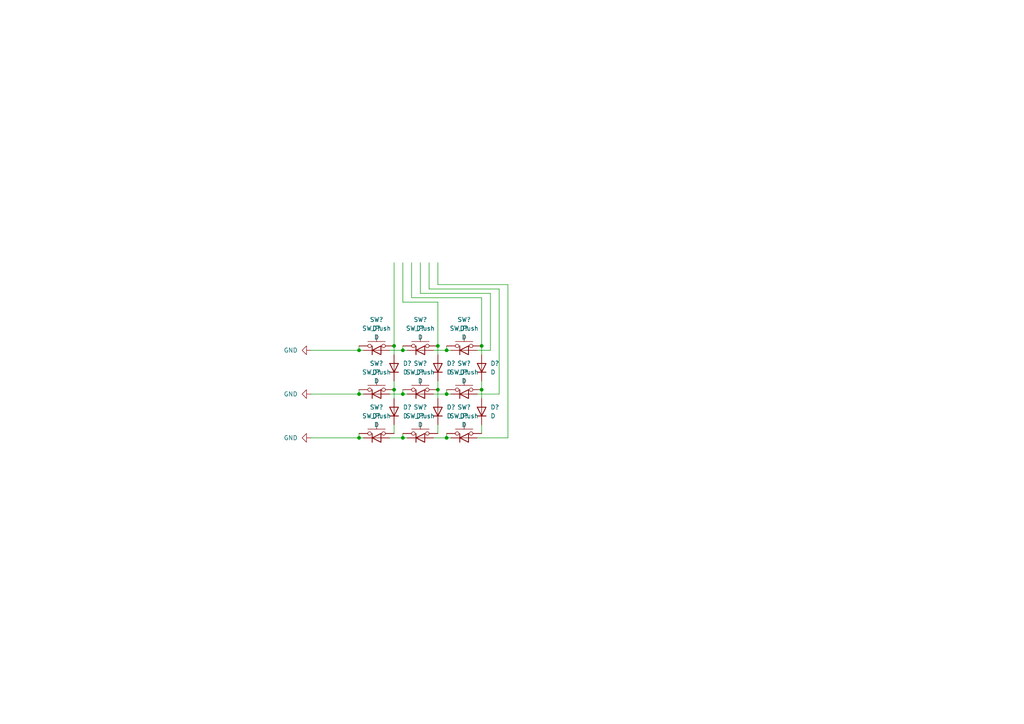
<source format=kicad_sch>
(kicad_sch (version 20211123) (generator eeschema)

  (uuid 2b163c08-1f74-424d-857d-e8422e68b58d)

  (paper "A4")

  (lib_symbols
    (symbol "Device:D" (pin_numbers hide) (pin_names (offset 1.016) hide) (in_bom yes) (on_board yes)
      (property "Reference" "D" (id 0) (at 0 2.54 0)
        (effects (font (size 1.27 1.27)))
      )
      (property "Value" "D" (id 1) (at 0 -2.54 0)
        (effects (font (size 1.27 1.27)))
      )
      (property "Footprint" "" (id 2) (at 0 0 0)
        (effects (font (size 1.27 1.27)) hide)
      )
      (property "Datasheet" "~" (id 3) (at 0 0 0)
        (effects (font (size 1.27 1.27)) hide)
      )
      (property "ki_keywords" "diode" (id 4) (at 0 0 0)
        (effects (font (size 1.27 1.27)) hide)
      )
      (property "ki_description" "Diode" (id 5) (at 0 0 0)
        (effects (font (size 1.27 1.27)) hide)
      )
      (property "ki_fp_filters" "TO-???* *_Diode_* *SingleDiode* D_*" (id 6) (at 0 0 0)
        (effects (font (size 1.27 1.27)) hide)
      )
      (symbol "D_0_1"
        (polyline
          (pts
            (xy -1.27 1.27)
            (xy -1.27 -1.27)
          )
          (stroke (width 0.254) (type default) (color 0 0 0 0))
          (fill (type none))
        )
        (polyline
          (pts
            (xy 1.27 0)
            (xy -1.27 0)
          )
          (stroke (width 0) (type default) (color 0 0 0 0))
          (fill (type none))
        )
        (polyline
          (pts
            (xy 1.27 1.27)
            (xy 1.27 -1.27)
            (xy -1.27 0)
            (xy 1.27 1.27)
          )
          (stroke (width 0.254) (type default) (color 0 0 0 0))
          (fill (type none))
        )
      )
      (symbol "D_1_1"
        (pin passive line (at -3.81 0 0) (length 2.54)
          (name "K" (effects (font (size 1.27 1.27))))
          (number "1" (effects (font (size 1.27 1.27))))
        )
        (pin passive line (at 3.81 0 180) (length 2.54)
          (name "A" (effects (font (size 1.27 1.27))))
          (number "2" (effects (font (size 1.27 1.27))))
        )
      )
    )
    (symbol "Switch:SW_Push" (pin_numbers hide) (pin_names (offset 1.016) hide) (in_bom yes) (on_board yes)
      (property "Reference" "SW" (id 0) (at 1.27 2.54 0)
        (effects (font (size 1.27 1.27)) (justify left))
      )
      (property "Value" "SW_Push" (id 1) (at 0 -1.524 0)
        (effects (font (size 1.27 1.27)))
      )
      (property "Footprint" "" (id 2) (at 0 5.08 0)
        (effects (font (size 1.27 1.27)) hide)
      )
      (property "Datasheet" "~" (id 3) (at 0 5.08 0)
        (effects (font (size 1.27 1.27)) hide)
      )
      (property "ki_keywords" "switch normally-open pushbutton push-button" (id 4) (at 0 0 0)
        (effects (font (size 1.27 1.27)) hide)
      )
      (property "ki_description" "Push button switch, generic, two pins" (id 5) (at 0 0 0)
        (effects (font (size 1.27 1.27)) hide)
      )
      (symbol "SW_Push_0_1"
        (circle (center -2.032 0) (radius 0.508)
          (stroke (width 0) (type default) (color 0 0 0 0))
          (fill (type none))
        )
        (polyline
          (pts
            (xy 0 1.27)
            (xy 0 3.048)
          )
          (stroke (width 0) (type default) (color 0 0 0 0))
          (fill (type none))
        )
        (polyline
          (pts
            (xy 2.54 1.27)
            (xy -2.54 1.27)
          )
          (stroke (width 0) (type default) (color 0 0 0 0))
          (fill (type none))
        )
        (circle (center 2.032 0) (radius 0.508)
          (stroke (width 0) (type default) (color 0 0 0 0))
          (fill (type none))
        )
        (pin passive line (at -5.08 0 0) (length 2.54)
          (name "1" (effects (font (size 1.27 1.27))))
          (number "1" (effects (font (size 1.27 1.27))))
        )
        (pin passive line (at 5.08 0 180) (length 2.54)
          (name "2" (effects (font (size 1.27 1.27))))
          (number "2" (effects (font (size 1.27 1.27))))
        )
      )
    )
    (symbol "power:GND" (power) (pin_names (offset 0)) (in_bom yes) (on_board yes)
      (property "Reference" "#PWR" (id 0) (at 0 -6.35 0)
        (effects (font (size 1.27 1.27)) hide)
      )
      (property "Value" "GND" (id 1) (at 0 -3.81 0)
        (effects (font (size 1.27 1.27)))
      )
      (property "Footprint" "" (id 2) (at 0 0 0)
        (effects (font (size 1.27 1.27)) hide)
      )
      (property "Datasheet" "" (id 3) (at 0 0 0)
        (effects (font (size 1.27 1.27)) hide)
      )
      (property "ki_keywords" "power-flag" (id 4) (at 0 0 0)
        (effects (font (size 1.27 1.27)) hide)
      )
      (property "ki_description" "Power symbol creates a global label with name \"GND\" , ground" (id 5) (at 0 0 0)
        (effects (font (size 1.27 1.27)) hide)
      )
      (symbol "GND_0_1"
        (polyline
          (pts
            (xy 0 0)
            (xy 0 -1.27)
            (xy 1.27 -1.27)
            (xy 0 -2.54)
            (xy -1.27 -1.27)
            (xy 0 -1.27)
          )
          (stroke (width 0) (type default) (color 0 0 0 0))
          (fill (type none))
        )
      )
      (symbol "GND_1_1"
        (pin power_in line (at 0 0 270) (length 0) hide
          (name "GND" (effects (font (size 1.27 1.27))))
          (number "1" (effects (font (size 1.27 1.27))))
        )
      )
    )
  )

  (junction (at 139.7 100.33) (diameter 0) (color 0 0 0 0)
    (uuid 098c230b-4c59-4b7c-b7e8-cb78ab38f496)
  )
  (junction (at 116.84 101.6) (diameter 0) (color 0 0 0 0)
    (uuid 11472d70-df7a-46bb-bb6f-ba4e856ed81c)
  )
  (junction (at 129.54 101.6) (diameter 0) (color 0 0 0 0)
    (uuid 16dea33f-77b7-4ed4-944f-a018937ee64f)
  )
  (junction (at 129.54 114.3) (diameter 0) (color 0 0 0 0)
    (uuid 3381edb6-c710-4eea-b8ad-9527bbe6263c)
  )
  (junction (at 116.84 127) (diameter 0) (color 0 0 0 0)
    (uuid 38a42e00-fd0d-43fa-9f66-262a1048edea)
  )
  (junction (at 139.7 113.03) (diameter 0) (color 0 0 0 0)
    (uuid 5870e211-2425-43c6-8dcf-29aca88307d1)
  )
  (junction (at 127 113.03) (diameter 0) (color 0 0 0 0)
    (uuid 7390a204-02be-4c31-a2a2-033e78536e4c)
  )
  (junction (at 104.14 101.6) (diameter 0) (color 0 0 0 0)
    (uuid 98ef7934-26a1-4f8c-972c-66b6ccf5fa69)
  )
  (junction (at 114.3 113.03) (diameter 0) (color 0 0 0 0)
    (uuid c05f84ae-1a94-4d51-bcac-7b176d816b50)
  )
  (junction (at 116.84 114.3) (diameter 0) (color 0 0 0 0)
    (uuid ca7fd350-4ff2-465d-94a7-1a7a2407d1ab)
  )
  (junction (at 127 100.33) (diameter 0) (color 0 0 0 0)
    (uuid d35a1eea-c3df-4874-b592-58b0068c8c0c)
  )
  (junction (at 114.3 100.33) (diameter 0) (color 0 0 0 0)
    (uuid d6c48556-7ab4-4e48-9258-c9869d0aefd3)
  )
  (junction (at 104.14 127) (diameter 0) (color 0 0 0 0)
    (uuid dacbea9b-4621-45fd-a52b-7a77aab8b49c)
  )
  (junction (at 104.14 114.3) (diameter 0) (color 0 0 0 0)
    (uuid e29afa7c-fba7-48bc-900d-0460ef2d969f)
  )
  (junction (at 129.54 127) (diameter 0) (color 0 0 0 0)
    (uuid fc2b8ade-c95f-45bb-9c3c-296fc08c6a90)
  )

  (wire (pts (xy 142.24 85.09) (xy 142.24 101.6))
    (stroke (width 0) (type default) (color 0 0 0 0))
    (uuid 00c5b9ff-08f3-4865-8440-e1a30fcad21b)
  )
  (wire (pts (xy 139.7 123.19) (xy 139.7 125.73))
    (stroke (width 0) (type default) (color 0 0 0 0))
    (uuid 00d2d7f9-6e95-43e1-8727-a75c8ca97e30)
  )
  (wire (pts (xy 139.7 100.33) (xy 139.7 102.87))
    (stroke (width 0) (type default) (color 0 0 0 0))
    (uuid 028ae3e2-8dce-421d-bfd0-de96d942d3df)
  )
  (wire (pts (xy 116.84 114.3) (xy 116.84 113.03))
    (stroke (width 0) (type default) (color 0 0 0 0))
    (uuid 033c7e24-84d5-4f9f-80ed-460a446c1a2c)
  )
  (wire (pts (xy 118.11 101.6) (xy 116.84 101.6))
    (stroke (width 0) (type default) (color 0 0 0 0))
    (uuid 05d440c3-8ee7-495e-9263-df99b52f3bf4)
  )
  (wire (pts (xy 142.24 85.09) (xy 121.92 85.09))
    (stroke (width 0) (type default) (color 0 0 0 0))
    (uuid 084329a1-4119-45b7-8495-3a33692d096b)
  )
  (wire (pts (xy 129.54 101.6) (xy 125.73 101.6))
    (stroke (width 0) (type default) (color 0 0 0 0))
    (uuid 09fba311-e4a6-47c4-9d3a-114ea8d4bc08)
  )
  (wire (pts (xy 144.78 83.82) (xy 144.78 114.3))
    (stroke (width 0) (type default) (color 0 0 0 0))
    (uuid 0c6a5ec2-82e3-48e0-a6fe-9d1bade122e5)
  )
  (wire (pts (xy 121.92 76.2) (xy 121.92 85.09))
    (stroke (width 0) (type default) (color 0 0 0 0))
    (uuid 0f223cb9-7911-4481-9e94-4c429de24073)
  )
  (wire (pts (xy 114.3 100.33) (xy 114.3 102.87))
    (stroke (width 0) (type default) (color 0 0 0 0))
    (uuid 110610a8-cc97-4ace-b856-f4c1b5aca660)
  )
  (wire (pts (xy 138.43 127) (xy 147.32 127))
    (stroke (width 0) (type default) (color 0 0 0 0))
    (uuid 251e7c35-2515-49ab-8d48-f0ae1189f73c)
  )
  (wire (pts (xy 129.54 101.6) (xy 130.81 101.6))
    (stroke (width 0) (type default) (color 0 0 0 0))
    (uuid 30f9f238-797f-45fe-a590-8cd39c420008)
  )
  (wire (pts (xy 116.84 127) (xy 113.03 127))
    (stroke (width 0) (type default) (color 0 0 0 0))
    (uuid 31f0aeff-eb30-46a2-8c4c-42a9c9eaac1e)
  )
  (wire (pts (xy 138.43 114.3) (xy 144.78 114.3))
    (stroke (width 0) (type default) (color 0 0 0 0))
    (uuid 3e068198-c581-493f-b219-76d56643d3d6)
  )
  (wire (pts (xy 116.84 76.2) (xy 116.84 87.63))
    (stroke (width 0) (type default) (color 0 0 0 0))
    (uuid 417a48ce-c022-4a0c-8e4c-a4f5b7830c84)
  )
  (wire (pts (xy 105.41 101.6) (xy 104.14 101.6))
    (stroke (width 0) (type default) (color 0 0 0 0))
    (uuid 4ae87037-54b8-408f-b1ce-5b3b07cefbdc)
  )
  (wire (pts (xy 104.14 101.6) (xy 104.14 100.33))
    (stroke (width 0) (type default) (color 0 0 0 0))
    (uuid 5560231b-c55a-426d-ad06-c42fcfa8cdb6)
  )
  (wire (pts (xy 129.54 127) (xy 130.81 127))
    (stroke (width 0) (type default) (color 0 0 0 0))
    (uuid 5620e4e7-0f06-4297-acf2-6826693ffee6)
  )
  (wire (pts (xy 119.38 76.2) (xy 119.38 86.36))
    (stroke (width 0) (type default) (color 0 0 0 0))
    (uuid 6087a3db-304a-475c-9ab6-fa63f375810c)
  )
  (wire (pts (xy 147.32 82.55) (xy 127 82.55))
    (stroke (width 0) (type default) (color 0 0 0 0))
    (uuid 632c5d22-a6d0-44d3-96a8-828e3415ee03)
  )
  (wire (pts (xy 114.3 76.2) (xy 114.3 100.33))
    (stroke (width 0) (type default) (color 0 0 0 0))
    (uuid 648d3452-a816-403f-9083-fe52d76c0a99)
  )
  (wire (pts (xy 129.54 125.73) (xy 129.54 127))
    (stroke (width 0) (type default) (color 0 0 0 0))
    (uuid 64c75986-101e-475c-a859-96480c614513)
  )
  (wire (pts (xy 127 123.19) (xy 127 125.73))
    (stroke (width 0) (type default) (color 0 0 0 0))
    (uuid 670e26c1-49e5-48e1-8247-1ed7826c3763)
  )
  (wire (pts (xy 116.84 101.6) (xy 113.03 101.6))
    (stroke (width 0) (type default) (color 0 0 0 0))
    (uuid 6b1bcfc8-a310-486a-8435-aad4941c6e06)
  )
  (wire (pts (xy 124.46 76.2) (xy 124.46 83.82))
    (stroke (width 0) (type default) (color 0 0 0 0))
    (uuid 6c892503-7469-4eed-8028-3225b9087752)
  )
  (wire (pts (xy 139.7 86.36) (xy 119.38 86.36))
    (stroke (width 0) (type default) (color 0 0 0 0))
    (uuid 71606907-f867-42e0-8e2f-8a477e2f5cf4)
  )
  (wire (pts (xy 114.3 113.03) (xy 114.3 115.57))
    (stroke (width 0) (type default) (color 0 0 0 0))
    (uuid 73119812-5ad5-4f45-9d1d-f9e45839b56d)
  )
  (wire (pts (xy 104.14 127) (xy 104.14 125.73))
    (stroke (width 0) (type default) (color 0 0 0 0))
    (uuid 734af78e-437e-4855-8624-0c0895bd8dd9)
  )
  (wire (pts (xy 144.78 83.82) (xy 124.46 83.82))
    (stroke (width 0) (type default) (color 0 0 0 0))
    (uuid 73df45ef-ddb1-4880-b072-e597f7a195ce)
  )
  (wire (pts (xy 129.54 113.03) (xy 129.54 114.3))
    (stroke (width 0) (type default) (color 0 0 0 0))
    (uuid 7409246b-6e51-471a-b3d9-f08c768a85cf)
  )
  (wire (pts (xy 127 87.63) (xy 116.84 87.63))
    (stroke (width 0) (type default) (color 0 0 0 0))
    (uuid 76c824b9-a095-47a9-96a2-608aca20f632)
  )
  (wire (pts (xy 147.32 82.55) (xy 147.32 127))
    (stroke (width 0) (type default) (color 0 0 0 0))
    (uuid 84653e9d-abc0-46c4-9f11-b650f49e29d2)
  )
  (wire (pts (xy 127 87.63) (xy 127 100.33))
    (stroke (width 0) (type default) (color 0 0 0 0))
    (uuid 85f83df6-9623-487a-9a49-86b275606774)
  )
  (wire (pts (xy 116.84 114.3) (xy 113.03 114.3))
    (stroke (width 0) (type default) (color 0 0 0 0))
    (uuid 86fe9fce-aecc-468c-91c7-3daa0d394ed7)
  )
  (wire (pts (xy 118.11 114.3) (xy 116.84 114.3))
    (stroke (width 0) (type default) (color 0 0 0 0))
    (uuid 8f0f6a76-842a-40ce-a5d1-46d8123ddea1)
  )
  (wire (pts (xy 127 76.2) (xy 127 82.55))
    (stroke (width 0) (type default) (color 0 0 0 0))
    (uuid 90fca28c-6043-4256-add3-e42a77fd86c5)
  )
  (wire (pts (xy 127 110.49) (xy 127 113.03))
    (stroke (width 0) (type default) (color 0 0 0 0))
    (uuid 983db658-e387-4326-9693-e7d561358995)
  )
  (wire (pts (xy 118.11 127) (xy 116.84 127))
    (stroke (width 0) (type default) (color 0 0 0 0))
    (uuid 9d1a71b1-d356-4cc4-bcd1-77175cd66598)
  )
  (wire (pts (xy 105.41 127) (xy 104.14 127))
    (stroke (width 0) (type default) (color 0 0 0 0))
    (uuid 9da3fcaf-a2e0-4db5-9a27-c1560889e097)
  )
  (wire (pts (xy 116.84 127) (xy 116.84 125.73))
    (stroke (width 0) (type default) (color 0 0 0 0))
    (uuid a32b8ab3-0d84-49af-95f7-9b58cfd1991d)
  )
  (wire (pts (xy 139.7 86.36) (xy 139.7 100.33))
    (stroke (width 0) (type default) (color 0 0 0 0))
    (uuid a591b964-869c-47aa-9a4e-4aa26a494643)
  )
  (wire (pts (xy 90.17 101.6) (xy 104.14 101.6))
    (stroke (width 0) (type default) (color 0 0 0 0))
    (uuid b1bd10a2-4b6e-459b-8760-46e6bef14bd0)
  )
  (wire (pts (xy 127 113.03) (xy 127 115.57))
    (stroke (width 0) (type default) (color 0 0 0 0))
    (uuid b376d5bc-bf57-4293-9200-340c15ecd7a2)
  )
  (wire (pts (xy 114.3 123.19) (xy 114.3 125.73))
    (stroke (width 0) (type default) (color 0 0 0 0))
    (uuid b8305b02-bdc9-4048-989e-28e42184aed3)
  )
  (wire (pts (xy 129.54 114.3) (xy 130.81 114.3))
    (stroke (width 0) (type default) (color 0 0 0 0))
    (uuid b8373cd6-0112-42db-8811-74acb8e8aa93)
  )
  (wire (pts (xy 129.54 114.3) (xy 125.73 114.3))
    (stroke (width 0) (type default) (color 0 0 0 0))
    (uuid c0e3e1ae-4d78-46a1-a78b-3b3173a22008)
  )
  (wire (pts (xy 114.3 110.49) (xy 114.3 113.03))
    (stroke (width 0) (type default) (color 0 0 0 0))
    (uuid c4e9891a-3e2e-4a5f-8d8b-a54673d86a48)
  )
  (wire (pts (xy 105.41 114.3) (xy 104.14 114.3))
    (stroke (width 0) (type default) (color 0 0 0 0))
    (uuid cf2e4d04-7496-4803-96f4-42a1e2c94228)
  )
  (wire (pts (xy 90.17 114.3) (xy 104.14 114.3))
    (stroke (width 0) (type default) (color 0 0 0 0))
    (uuid d2c37f02-f3b4-4572-a600-8f31ee23b4ca)
  )
  (wire (pts (xy 139.7 113.03) (xy 139.7 115.57))
    (stroke (width 0) (type default) (color 0 0 0 0))
    (uuid d7e5e8d5-8557-4aaa-8971-44874a8a13bc)
  )
  (wire (pts (xy 138.43 101.6) (xy 142.24 101.6))
    (stroke (width 0) (type default) (color 0 0 0 0))
    (uuid d8bb3c93-acc8-4c15-8627-6a36efdd15fc)
  )
  (wire (pts (xy 127 100.33) (xy 127 102.87))
    (stroke (width 0) (type default) (color 0 0 0 0))
    (uuid db3b7603-2c92-42c1-925a-056037104e22)
  )
  (wire (pts (xy 129.54 100.33) (xy 129.54 101.6))
    (stroke (width 0) (type default) (color 0 0 0 0))
    (uuid e2e6c6b1-098a-4b7d-a330-aa4d01aefb31)
  )
  (wire (pts (xy 116.84 101.6) (xy 116.84 100.33))
    (stroke (width 0) (type default) (color 0 0 0 0))
    (uuid efbaeb45-bdd4-448e-868b-5386192e8a43)
  )
  (wire (pts (xy 104.14 114.3) (xy 104.14 113.03))
    (stroke (width 0) (type default) (color 0 0 0 0))
    (uuid f39131b0-4b81-4504-9358-f86bdbae8b0f)
  )
  (wire (pts (xy 90.17 127) (xy 104.14 127))
    (stroke (width 0) (type default) (color 0 0 0 0))
    (uuid f671518e-54bd-4fd7-ac05-c8fe0fb8ad1f)
  )
  (wire (pts (xy 139.7 110.49) (xy 139.7 113.03))
    (stroke (width 0) (type default) (color 0 0 0 0))
    (uuid fd9e6156-734c-4c62-95d3-db2e5c3b59f1)
  )
  (wire (pts (xy 129.54 127) (xy 125.73 127))
    (stroke (width 0) (type default) (color 0 0 0 0))
    (uuid fefb779a-d1e3-4a1b-b67e-29cdee1fafb4)
  )

  (symbol (lib_id "Device:D") (at 134.62 101.6 0) (unit 1)
    (in_bom yes) (on_board yes) (fields_autoplaced)
    (uuid 0ad7e745-0ed2-4a34-8a92-1d01bf08eae3)
    (property "Reference" "D?" (id 0) (at 134.62 95.25 0))
    (property "Value" "D" (id 1) (at 134.62 97.79 0))
    (property "Footprint" "" (id 2) (at 134.62 101.6 0)
      (effects (font (size 1.27 1.27)) hide)
    )
    (property "Datasheet" "~" (id 3) (at 134.62 101.6 0)
      (effects (font (size 1.27 1.27)) hide)
    )
    (pin "1" (uuid 0acd242b-5c87-448d-824a-652b10566e0a))
    (pin "2" (uuid aa10538a-0091-4f3f-813c-5934eba2cec9))
  )

  (symbol (lib_id "power:GND") (at 90.17 114.3 270) (unit 1)
    (in_bom yes) (on_board yes) (fields_autoplaced)
    (uuid 1ca810f4-89b4-4769-9f70-956c906b4416)
    (property "Reference" "#PWR?" (id 0) (at 83.82 114.3 0)
      (effects (font (size 1.27 1.27)) hide)
    )
    (property "Value" "GND" (id 1) (at 86.36 114.2999 90)
      (effects (font (size 1.27 1.27)) (justify right))
    )
    (property "Footprint" "" (id 2) (at 90.17 114.3 0)
      (effects (font (size 1.27 1.27)) hide)
    )
    (property "Datasheet" "" (id 3) (at 90.17 114.3 0)
      (effects (font (size 1.27 1.27)) hide)
    )
    (pin "1" (uuid dc8dd8e8-e9e3-4381-898a-24730d101c6f))
  )

  (symbol (lib_id "Device:D") (at 121.92 101.6 0) (unit 1)
    (in_bom yes) (on_board yes) (fields_autoplaced)
    (uuid 207c9943-0d08-4e9e-927f-8778b38a9727)
    (property "Reference" "D?" (id 0) (at 121.92 95.25 0))
    (property "Value" "D" (id 1) (at 121.92 97.79 0))
    (property "Footprint" "" (id 2) (at 121.92 101.6 0)
      (effects (font (size 1.27 1.27)) hide)
    )
    (property "Datasheet" "~" (id 3) (at 121.92 101.6 0)
      (effects (font (size 1.27 1.27)) hide)
    )
    (pin "1" (uuid 567c0438-64c9-4979-aa0a-4f2dd34bba64))
    (pin "2" (uuid 42c27f63-aa1f-42e3-a1eb-eda71b57eb72))
  )

  (symbol (lib_id "Device:D") (at 109.22 127 0) (unit 1)
    (in_bom yes) (on_board yes) (fields_autoplaced)
    (uuid 27b458e1-8eb2-4c7c-903c-328a53126b8b)
    (property "Reference" "D?" (id 0) (at 109.22 120.65 0))
    (property "Value" "D" (id 1) (at 109.22 123.19 0))
    (property "Footprint" "" (id 2) (at 109.22 127 0)
      (effects (font (size 1.27 1.27)) hide)
    )
    (property "Datasheet" "~" (id 3) (at 109.22 127 0)
      (effects (font (size 1.27 1.27)) hide)
    )
    (pin "1" (uuid 7ba7e2c8-8ba7-4908-b08b-4c6a49eea71a))
    (pin "2" (uuid 33febc6e-27c6-4353-8362-2e177eaefff0))
  )

  (symbol (lib_id "power:GND") (at 90.17 127 270) (unit 1)
    (in_bom yes) (on_board yes) (fields_autoplaced)
    (uuid 4221c683-fdbc-48ca-b7cb-7dbfb35de1e3)
    (property "Reference" "#PWR?" (id 0) (at 83.82 127 0)
      (effects (font (size 1.27 1.27)) hide)
    )
    (property "Value" "GND" (id 1) (at 86.36 126.9999 90)
      (effects (font (size 1.27 1.27)) (justify right))
    )
    (property "Footprint" "" (id 2) (at 90.17 127 0)
      (effects (font (size 1.27 1.27)) hide)
    )
    (property "Datasheet" "" (id 3) (at 90.17 127 0)
      (effects (font (size 1.27 1.27)) hide)
    )
    (pin "1" (uuid cab51962-58f9-46ae-b91b-ec3d7df80d28))
  )

  (symbol (lib_id "Switch:SW_Push") (at 121.92 113.03 0) (unit 1)
    (in_bom yes) (on_board yes) (fields_autoplaced)
    (uuid 4e55cbd0-351d-459a-8a5c-a343304add90)
    (property "Reference" "SW?" (id 0) (at 121.92 105.41 0))
    (property "Value" "SW_Push" (id 1) (at 121.92 107.95 0))
    (property "Footprint" "" (id 2) (at 121.92 107.95 0)
      (effects (font (size 1.27 1.27)) hide)
    )
    (property "Datasheet" "~" (id 3) (at 121.92 107.95 0)
      (effects (font (size 1.27 1.27)) hide)
    )
    (pin "1" (uuid c4332d61-15f1-48b2-a083-09fe8ae15a88))
    (pin "2" (uuid 8ea43437-ba07-4514-bced-70c64e021185))
  )

  (symbol (lib_id "Device:D") (at 134.62 127 0) (unit 1)
    (in_bom yes) (on_board yes) (fields_autoplaced)
    (uuid 5280f4ca-8bf2-468d-8295-8f3985d0ec40)
    (property "Reference" "D?" (id 0) (at 134.62 120.65 0))
    (property "Value" "D" (id 1) (at 134.62 123.19 0))
    (property "Footprint" "" (id 2) (at 134.62 127 0)
      (effects (font (size 1.27 1.27)) hide)
    )
    (property "Datasheet" "~" (id 3) (at 134.62 127 0)
      (effects (font (size 1.27 1.27)) hide)
    )
    (pin "1" (uuid b3b22cd4-a22b-4087-98da-751fa7059600))
    (pin "2" (uuid f02b1268-eafd-460e-b222-8313fe41b7f5))
  )

  (symbol (lib_id "Device:D") (at 109.22 101.6 0) (unit 1)
    (in_bom yes) (on_board yes) (fields_autoplaced)
    (uuid 54eedacd-f6a5-4820-a0d4-2a5d56afb64a)
    (property "Reference" "D?" (id 0) (at 109.22 95.25 0))
    (property "Value" "D" (id 1) (at 109.22 97.79 0))
    (property "Footprint" "" (id 2) (at 109.22 101.6 0)
      (effects (font (size 1.27 1.27)) hide)
    )
    (property "Datasheet" "~" (id 3) (at 109.22 101.6 0)
      (effects (font (size 1.27 1.27)) hide)
    )
    (pin "1" (uuid 690aafa2-ab34-45de-901c-78aed2ffbc4b))
    (pin "2" (uuid b941f329-7d53-4e8f-9d40-09d34326502a))
  )

  (symbol (lib_id "Switch:SW_Push") (at 134.62 125.73 0) (unit 1)
    (in_bom yes) (on_board yes) (fields_autoplaced)
    (uuid 5659fdb4-84a5-444c-8152-9fb47aada136)
    (property "Reference" "SW?" (id 0) (at 134.62 118.11 0))
    (property "Value" "SW_Push" (id 1) (at 134.62 120.65 0))
    (property "Footprint" "" (id 2) (at 134.62 120.65 0)
      (effects (font (size 1.27 1.27)) hide)
    )
    (property "Datasheet" "~" (id 3) (at 134.62 120.65 0)
      (effects (font (size 1.27 1.27)) hide)
    )
    (pin "1" (uuid 9a3c52c9-17cf-447f-bfe6-076671a24b7c))
    (pin "2" (uuid 4ac0d084-e472-4642-8d74-3683a8c57298))
  )

  (symbol (lib_id "Device:D") (at 139.7 119.38 90) (unit 1)
    (in_bom yes) (on_board yes) (fields_autoplaced)
    (uuid 5f0081b9-fd27-4f51-9666-29bf03f4d376)
    (property "Reference" "D?" (id 0) (at 142.24 118.1099 90)
      (effects (font (size 1.27 1.27)) (justify right))
    )
    (property "Value" "D" (id 1) (at 142.24 120.6499 90)
      (effects (font (size 1.27 1.27)) (justify right))
    )
    (property "Footprint" "" (id 2) (at 139.7 119.38 0)
      (effects (font (size 1.27 1.27)) hide)
    )
    (property "Datasheet" "~" (id 3) (at 139.7 119.38 0)
      (effects (font (size 1.27 1.27)) hide)
    )
    (pin "1" (uuid 7f154055-c052-4d4a-866d-48c0de90d546))
    (pin "2" (uuid c080c359-0e34-49dd-b323-207a5f49ef15))
  )

  (symbol (lib_id "Device:D") (at 127 119.38 90) (unit 1)
    (in_bom yes) (on_board yes) (fields_autoplaced)
    (uuid 65289ad6-d5dc-4906-b7f8-e63535776060)
    (property "Reference" "D?" (id 0) (at 129.54 118.1099 90)
      (effects (font (size 1.27 1.27)) (justify right))
    )
    (property "Value" "D" (id 1) (at 129.54 120.6499 90)
      (effects (font (size 1.27 1.27)) (justify right))
    )
    (property "Footprint" "" (id 2) (at 127 119.38 0)
      (effects (font (size 1.27 1.27)) hide)
    )
    (property "Datasheet" "~" (id 3) (at 127 119.38 0)
      (effects (font (size 1.27 1.27)) hide)
    )
    (pin "1" (uuid eeda0a4d-0ec6-4541-9487-7789293a9063))
    (pin "2" (uuid 8078ead8-da56-479a-b554-d601b2fb74c4))
  )

  (symbol (lib_id "Device:D") (at 114.3 106.68 90) (unit 1)
    (in_bom yes) (on_board yes) (fields_autoplaced)
    (uuid 6645e6b0-9097-47eb-a2f4-bf3bfc802af2)
    (property "Reference" "D?" (id 0) (at 116.84 105.4099 90)
      (effects (font (size 1.27 1.27)) (justify right))
    )
    (property "Value" "D" (id 1) (at 116.84 107.9499 90)
      (effects (font (size 1.27 1.27)) (justify right))
    )
    (property "Footprint" "" (id 2) (at 114.3 106.68 0)
      (effects (font (size 1.27 1.27)) hide)
    )
    (property "Datasheet" "~" (id 3) (at 114.3 106.68 0)
      (effects (font (size 1.27 1.27)) hide)
    )
    (pin "1" (uuid 296fd2d5-2af1-48c2-ad09-e6f38ded28d7))
    (pin "2" (uuid 773f6a33-3f04-4ab2-bbe6-961c8e1e541f))
  )

  (symbol (lib_id "Switch:SW_Push") (at 134.62 100.33 0) (unit 1)
    (in_bom yes) (on_board yes)
    (uuid 761ed8e4-6c26-4aae-975b-b9aaf96859f5)
    (property "Reference" "SW?" (id 0) (at 134.62 92.71 0))
    (property "Value" "SW_Push" (id 1) (at 134.62 95.25 0))
    (property "Footprint" "" (id 2) (at 134.62 95.25 0)
      (effects (font (size 1.27 1.27)) hide)
    )
    (property "Datasheet" "~" (id 3) (at 134.62 95.25 0)
      (effects (font (size 1.27 1.27)) hide)
    )
    (pin "1" (uuid cbe570b4-e0f4-4029-8d44-0ffed4d14262))
    (pin "2" (uuid 7be13868-ff97-4902-a54f-b383f22d507f))
  )

  (symbol (lib_id "power:GND") (at 90.17 101.6 270) (unit 1)
    (in_bom yes) (on_board yes) (fields_autoplaced)
    (uuid 82cb83d6-57fe-4a18-8e3f-99bf09f27500)
    (property "Reference" "#PWR?" (id 0) (at 83.82 101.6 0)
      (effects (font (size 1.27 1.27)) hide)
    )
    (property "Value" "GND" (id 1) (at 86.36 101.5999 90)
      (effects (font (size 1.27 1.27)) (justify right))
    )
    (property "Footprint" "" (id 2) (at 90.17 101.6 0)
      (effects (font (size 1.27 1.27)) hide)
    )
    (property "Datasheet" "" (id 3) (at 90.17 101.6 0)
      (effects (font (size 1.27 1.27)) hide)
    )
    (pin "1" (uuid 33e573c6-9a56-40aa-b683-f54ce35d42dd))
  )

  (symbol (lib_id "Switch:SW_Push") (at 121.92 125.73 0) (unit 1)
    (in_bom yes) (on_board yes) (fields_autoplaced)
    (uuid 922b1a9a-deab-4137-ad2f-3b602c2fc852)
    (property "Reference" "SW?" (id 0) (at 121.92 118.11 0))
    (property "Value" "SW_Push" (id 1) (at 121.92 120.65 0))
    (property "Footprint" "" (id 2) (at 121.92 120.65 0)
      (effects (font (size 1.27 1.27)) hide)
    )
    (property "Datasheet" "~" (id 3) (at 121.92 120.65 0)
      (effects (font (size 1.27 1.27)) hide)
    )
    (pin "1" (uuid b05e58a9-9c8c-470c-8b54-c910a85f8692))
    (pin "2" (uuid 7b1b4c98-0f80-4a5f-a85e-ec8571680be8))
  )

  (symbol (lib_id "Device:D") (at 139.7 106.68 90) (unit 1)
    (in_bom yes) (on_board yes) (fields_autoplaced)
    (uuid 92d951e7-60ce-4cc8-b75e-4f409a6edcb7)
    (property "Reference" "D?" (id 0) (at 142.24 105.4099 90)
      (effects (font (size 1.27 1.27)) (justify right))
    )
    (property "Value" "D" (id 1) (at 142.24 107.9499 90)
      (effects (font (size 1.27 1.27)) (justify right))
    )
    (property "Footprint" "" (id 2) (at 139.7 106.68 0)
      (effects (font (size 1.27 1.27)) hide)
    )
    (property "Datasheet" "~" (id 3) (at 139.7 106.68 0)
      (effects (font (size 1.27 1.27)) hide)
    )
    (pin "1" (uuid b8972741-d109-42eb-b622-dd8a936feda5))
    (pin "2" (uuid d34ef9b0-5759-4b84-a51d-09c4793abbd5))
  )

  (symbol (lib_id "Device:D") (at 121.92 114.3 0) (unit 1)
    (in_bom yes) (on_board yes) (fields_autoplaced)
    (uuid 973c42ae-daf1-4254-8eb9-bfeefb617fb5)
    (property "Reference" "D?" (id 0) (at 121.92 107.95 0))
    (property "Value" "D" (id 1) (at 121.92 110.49 0))
    (property "Footprint" "" (id 2) (at 121.92 114.3 0)
      (effects (font (size 1.27 1.27)) hide)
    )
    (property "Datasheet" "~" (id 3) (at 121.92 114.3 0)
      (effects (font (size 1.27 1.27)) hide)
    )
    (pin "1" (uuid d80026f2-e230-45d8-b07a-f81e2c702b43))
    (pin "2" (uuid d338689f-b97f-47e4-8820-54a45cc8b560))
  )

  (symbol (lib_id "Device:D") (at 121.92 127 0) (unit 1)
    (in_bom yes) (on_board yes) (fields_autoplaced)
    (uuid 9af2fbdb-5ebb-4341-bfcb-021161788cd6)
    (property "Reference" "D?" (id 0) (at 121.92 120.65 0))
    (property "Value" "D" (id 1) (at 121.92 123.19 0))
    (property "Footprint" "" (id 2) (at 121.92 127 0)
      (effects (font (size 1.27 1.27)) hide)
    )
    (property "Datasheet" "~" (id 3) (at 121.92 127 0)
      (effects (font (size 1.27 1.27)) hide)
    )
    (pin "1" (uuid 47b26e4a-17b0-40d6-8568-fbd457598371))
    (pin "2" (uuid bd93165a-cb19-4840-9a7c-59496165f509))
  )

  (symbol (lib_id "Switch:SW_Push") (at 109.22 113.03 0) (unit 1)
    (in_bom yes) (on_board yes) (fields_autoplaced)
    (uuid b012f39c-3b35-4aad-9af5-d91d3e51623e)
    (property "Reference" "SW?" (id 0) (at 109.22 105.41 0))
    (property "Value" "SW_Push" (id 1) (at 109.22 107.95 0))
    (property "Footprint" "" (id 2) (at 109.22 107.95 0)
      (effects (font (size 1.27 1.27)) hide)
    )
    (property "Datasheet" "~" (id 3) (at 109.22 107.95 0)
      (effects (font (size 1.27 1.27)) hide)
    )
    (pin "1" (uuid 7a3d7252-e777-4592-b73c-61fdfab37f46))
    (pin "2" (uuid 68dbe76b-ec1d-43c7-ab83-87a1c0e41b4e))
  )

  (symbol (lib_id "Device:D") (at 114.3 119.38 90) (unit 1)
    (in_bom yes) (on_board yes) (fields_autoplaced)
    (uuid b46f16e3-3444-4427-a931-b3060771ac5e)
    (property "Reference" "D?" (id 0) (at 116.84 118.1099 90)
      (effects (font (size 1.27 1.27)) (justify right))
    )
    (property "Value" "D" (id 1) (at 116.84 120.6499 90)
      (effects (font (size 1.27 1.27)) (justify right))
    )
    (property "Footprint" "" (id 2) (at 114.3 119.38 0)
      (effects (font (size 1.27 1.27)) hide)
    )
    (property "Datasheet" "~" (id 3) (at 114.3 119.38 0)
      (effects (font (size 1.27 1.27)) hide)
    )
    (pin "1" (uuid 19758437-5869-4c27-aa12-274c9e4e524a))
    (pin "2" (uuid 36c0d627-1196-48f7-bd8d-8a03fcf5d66a))
  )

  (symbol (lib_id "Switch:SW_Push") (at 109.22 125.73 0) (unit 1)
    (in_bom yes) (on_board yes) (fields_autoplaced)
    (uuid cc863207-45a1-4a46-94cb-9adf21e58c92)
    (property "Reference" "SW?" (id 0) (at 109.22 118.11 0))
    (property "Value" "SW_Push" (id 1) (at 109.22 120.65 0))
    (property "Footprint" "" (id 2) (at 109.22 120.65 0)
      (effects (font (size 1.27 1.27)) hide)
    )
    (property "Datasheet" "~" (id 3) (at 109.22 120.65 0)
      (effects (font (size 1.27 1.27)) hide)
    )
    (pin "1" (uuid 18f57bb9-8b60-4a61-a496-a10ac9b08e05))
    (pin "2" (uuid 86539b05-883e-42a2-94a6-a14c556729b3))
  )

  (symbol (lib_id "Switch:SW_Push") (at 109.22 100.33 0) (unit 1)
    (in_bom yes) (on_board yes) (fields_autoplaced)
    (uuid cebf99f4-b7f1-4565-8570-f50879fc2a8f)
    (property "Reference" "SW?" (id 0) (at 109.22 92.71 0))
    (property "Value" "SW_Push" (id 1) (at 109.22 95.25 0))
    (property "Footprint" "" (id 2) (at 109.22 95.25 0)
      (effects (font (size 1.27 1.27)) hide)
    )
    (property "Datasheet" "~" (id 3) (at 109.22 95.25 0)
      (effects (font (size 1.27 1.27)) hide)
    )
    (pin "1" (uuid 32cad6e6-a506-4d5f-857d-4c718db76e7c))
    (pin "2" (uuid cf4c0b49-7453-4d1d-aabb-53cb97e4a83e))
  )

  (symbol (lib_id "Device:D") (at 109.22 114.3 0) (unit 1)
    (in_bom yes) (on_board yes) (fields_autoplaced)
    (uuid d4a3590e-40c9-42b6-9da8-60da52b89004)
    (property "Reference" "D?" (id 0) (at 109.22 107.95 0))
    (property "Value" "D" (id 1) (at 109.22 110.49 0))
    (property "Footprint" "" (id 2) (at 109.22 114.3 0)
      (effects (font (size 1.27 1.27)) hide)
    )
    (property "Datasheet" "~" (id 3) (at 109.22 114.3 0)
      (effects (font (size 1.27 1.27)) hide)
    )
    (pin "1" (uuid 7fcbe927-76dd-41ea-987a-193323c3da86))
    (pin "2" (uuid fdc3c8db-0a9d-482c-8a92-845deb9edc70))
  )

  (symbol (lib_id "Switch:SW_Push") (at 121.92 100.33 0) (unit 1)
    (in_bom yes) (on_board yes) (fields_autoplaced)
    (uuid d6ebaffc-d112-4af2-8f7f-5b86ec41ee12)
    (property "Reference" "SW?" (id 0) (at 121.92 92.71 0))
    (property "Value" "SW_Push" (id 1) (at 121.92 95.25 0))
    (property "Footprint" "" (id 2) (at 121.92 95.25 0)
      (effects (font (size 1.27 1.27)) hide)
    )
    (property "Datasheet" "~" (id 3) (at 121.92 95.25 0)
      (effects (font (size 1.27 1.27)) hide)
    )
    (pin "1" (uuid 4a7b7c6f-7a32-40dd-9a29-3ecc65c4a550))
    (pin "2" (uuid 3e38066f-102c-409b-8232-05bbbea3ebfa))
  )

  (symbol (lib_id "Switch:SW_Push") (at 134.62 113.03 0) (unit 1)
    (in_bom yes) (on_board yes) (fields_autoplaced)
    (uuid e0905ccf-84d2-4a28-98dd-fc2053392684)
    (property "Reference" "SW?" (id 0) (at 134.62 105.41 0))
    (property "Value" "SW_Push" (id 1) (at 134.62 107.95 0))
    (property "Footprint" "" (id 2) (at 134.62 107.95 0)
      (effects (font (size 1.27 1.27)) hide)
    )
    (property "Datasheet" "~" (id 3) (at 134.62 107.95 0)
      (effects (font (size 1.27 1.27)) hide)
    )
    (pin "1" (uuid cde09f71-51c8-492b-a183-ce47e18e11d9))
    (pin "2" (uuid f679c1c7-8336-44d9-aeb3-0d73b9594d3c))
  )

  (symbol (lib_id "Device:D") (at 134.62 114.3 0) (unit 1)
    (in_bom yes) (on_board yes) (fields_autoplaced)
    (uuid e38799e1-1bbd-4a4d-995e-693dcb41c480)
    (property "Reference" "D?" (id 0) (at 134.62 107.95 0))
    (property "Value" "D" (id 1) (at 134.62 110.49 0))
    (property "Footprint" "" (id 2) (at 134.62 114.3 0)
      (effects (font (size 1.27 1.27)) hide)
    )
    (property "Datasheet" "~" (id 3) (at 134.62 114.3 0)
      (effects (font (size 1.27 1.27)) hide)
    )
    (pin "1" (uuid 272b862f-9507-42bc-81d9-69ccc3b591a6))
    (pin "2" (uuid 097d2c72-74fe-4002-b7bb-7190bb7f77c3))
  )

  (symbol (lib_id "Device:D") (at 127 106.68 90) (unit 1)
    (in_bom yes) (on_board yes) (fields_autoplaced)
    (uuid ea702328-8c0b-4b4a-9c7a-ca6adb916234)
    (property "Reference" "D?" (id 0) (at 129.54 105.4099 90)
      (effects (font (size 1.27 1.27)) (justify right))
    )
    (property "Value" "D" (id 1) (at 129.54 107.9499 90)
      (effects (font (size 1.27 1.27)) (justify right))
    )
    (property "Footprint" "" (id 2) (at 127 106.68 0)
      (effects (font (size 1.27 1.27)) hide)
    )
    (property "Datasheet" "~" (id 3) (at 127 106.68 0)
      (effects (font (size 1.27 1.27)) hide)
    )
    (pin "1" (uuid 435333fc-d34e-4b3a-8022-586ddef8161d))
    (pin "2" (uuid 12ef0c17-97e9-4c5d-a292-0968c317d0a2))
  )

  (sheet_instances
    (path "/" (page "1"))
  )

  (symbol_instances
    (path "/1ca810f4-89b4-4769-9f70-956c906b4416"
      (reference "#PWR?") (unit 1) (value "GND") (footprint "")
    )
    (path "/4221c683-fdbc-48ca-b7cb-7dbfb35de1e3"
      (reference "#PWR?") (unit 1) (value "GND") (footprint "")
    )
    (path "/82cb83d6-57fe-4a18-8e3f-99bf09f27500"
      (reference "#PWR?") (unit 1) (value "GND") (footprint "")
    )
    (path "/0ad7e745-0ed2-4a34-8a92-1d01bf08eae3"
      (reference "D?") (unit 1) (value "D") (footprint "")
    )
    (path "/207c9943-0d08-4e9e-927f-8778b38a9727"
      (reference "D?") (unit 1) (value "D") (footprint "")
    )
    (path "/27b458e1-8eb2-4c7c-903c-328a53126b8b"
      (reference "D?") (unit 1) (value "D") (footprint "")
    )
    (path "/5280f4ca-8bf2-468d-8295-8f3985d0ec40"
      (reference "D?") (unit 1) (value "D") (footprint "")
    )
    (path "/54eedacd-f6a5-4820-a0d4-2a5d56afb64a"
      (reference "D?") (unit 1) (value "D") (footprint "")
    )
    (path "/5f0081b9-fd27-4f51-9666-29bf03f4d376"
      (reference "D?") (unit 1) (value "D") (footprint "")
    )
    (path "/65289ad6-d5dc-4906-b7f8-e63535776060"
      (reference "D?") (unit 1) (value "D") (footprint "")
    )
    (path "/6645e6b0-9097-47eb-a2f4-bf3bfc802af2"
      (reference "D?") (unit 1) (value "D") (footprint "")
    )
    (path "/92d951e7-60ce-4cc8-b75e-4f409a6edcb7"
      (reference "D?") (unit 1) (value "D") (footprint "")
    )
    (path "/973c42ae-daf1-4254-8eb9-bfeefb617fb5"
      (reference "D?") (unit 1) (value "D") (footprint "")
    )
    (path "/9af2fbdb-5ebb-4341-bfcb-021161788cd6"
      (reference "D?") (unit 1) (value "D") (footprint "")
    )
    (path "/b46f16e3-3444-4427-a931-b3060771ac5e"
      (reference "D?") (unit 1) (value "D") (footprint "")
    )
    (path "/d4a3590e-40c9-42b6-9da8-60da52b89004"
      (reference "D?") (unit 1) (value "D") (footprint "")
    )
    (path "/e38799e1-1bbd-4a4d-995e-693dcb41c480"
      (reference "D?") (unit 1) (value "D") (footprint "")
    )
    (path "/ea702328-8c0b-4b4a-9c7a-ca6adb916234"
      (reference "D?") (unit 1) (value "D") (footprint "")
    )
    (path "/4e55cbd0-351d-459a-8a5c-a343304add90"
      (reference "SW?") (unit 1) (value "SW_Push") (footprint "")
    )
    (path "/5659fdb4-84a5-444c-8152-9fb47aada136"
      (reference "SW?") (unit 1) (value "SW_Push") (footprint "")
    )
    (path "/761ed8e4-6c26-4aae-975b-b9aaf96859f5"
      (reference "SW?") (unit 1) (value "SW_Push") (footprint "")
    )
    (path "/922b1a9a-deab-4137-ad2f-3b602c2fc852"
      (reference "SW?") (unit 1) (value "SW_Push") (footprint "")
    )
    (path "/b012f39c-3b35-4aad-9af5-d91d3e51623e"
      (reference "SW?") (unit 1) (value "SW_Push") (footprint "")
    )
    (path "/cc863207-45a1-4a46-94cb-9adf21e58c92"
      (reference "SW?") (unit 1) (value "SW_Push") (footprint "")
    )
    (path "/cebf99f4-b7f1-4565-8570-f50879fc2a8f"
      (reference "SW?") (unit 1) (value "SW_Push") (footprint "")
    )
    (path "/d6ebaffc-d112-4af2-8f7f-5b86ec41ee12"
      (reference "SW?") (unit 1) (value "SW_Push") (footprint "")
    )
    (path "/e0905ccf-84d2-4a28-98dd-fc2053392684"
      (reference "SW?") (unit 1) (value "SW_Push") (footprint "")
    )
  )
)

</source>
